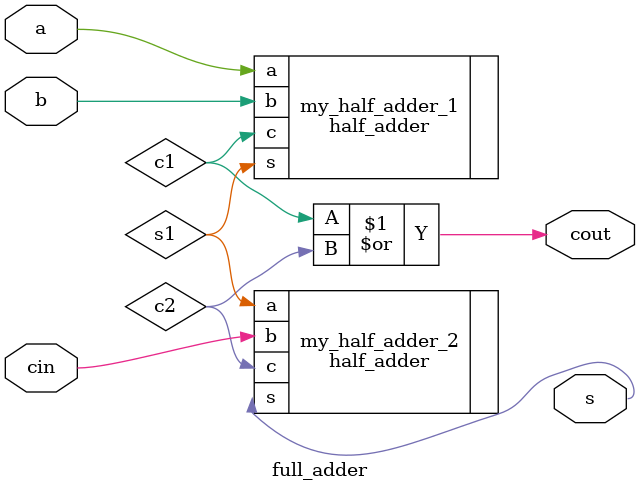
<source format=sv>
/******************************************************************************
 *                                                                            *
 *          ERC Multitherman Lab @ DEI - University of Bologna                *
 *                      Viale Pepoli 3/2 - 40136                              *
 *                     Bologna - phone 0512092759                             *
 *                                                                            *
 * Engineers:      Bi Danyu, Chen Shiyi (approx. arithmetic student project)  *
 *                 Francesco Conti - f.conti@unibo.it                         *
 *                                                                            *
 * Project:        ETM approximate multiplier                                 *
 * File:           full_adder.sv                                              *
 * Description:    Full adder                                                 *
 *                                                                            *
 ******************************************************************************/

module full_adder(
   input  logic a,
   input  logic b,
   input  logic cin,
   output logic cout,
   output logic s
);

   logic c1;
   logic s1;
   logic c2;

   half_adder my_half_adder_1(
      .a(a),
      .b(b),
      .c(c1),
      .s(s1)
   );

   half_adder my_half_adder_2(
      .a(s1),
      .b(cin),
      .c(c2),
      .s(s)
   );

   assign cout = c1 | c2;

endmodule

</source>
